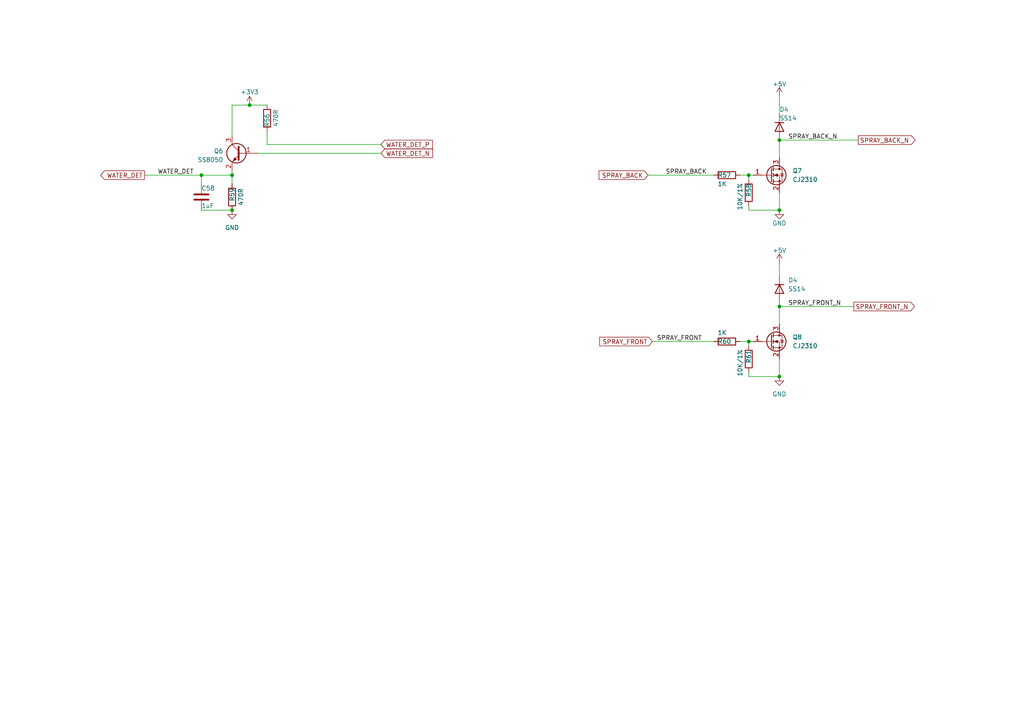
<source format=kicad_sch>
(kicad_sch (version 20230121) (generator eeschema)
  (paper "A4")
  (lib_symbols
    (symbol "Device:C" (pin_numbers hide) (pin_names (offset 0.254))
      (property "Reference" "C" (at 0.635 2.54 0))
      (property "Value" "C" (at 0.635 -2.54 0))
      (symbol "C_0_1"
        (polyline (pts (xy -2.032 -0.762) (xy 2.032 -0.762)) (stroke (width 0.508)))
        (polyline (pts (xy -2.032 0.762) (xy 2.032 0.762)) (stroke (width 0.508)))
      )
      (symbol "C_1_1"
        (pin passive line (at 0 3.81 270) (length 2.794) (name "~") (number "1"))
        (pin passive line (at 0 -3.81 90) (length 2.794) (name "~") (number "2"))
      )
    )
    (symbol "Device:D" (pin_numbers hide) (pin_names (offset 1.016) hide)
      (property "Reference" "D" (at 0 2.54 0))
      (property "Value" "D" (at 0 -2.54 0))
      (symbol "D_0_1"
        (polyline (pts (xy -1.27 1.27) (xy -1.27 -1.27)) (stroke (width 0.254)))
        (polyline (pts (xy 1.27 0) (xy -1.27 0)))
        (polyline (pts (xy 1.27 1.27) (xy 1.27 -1.27) (xy -1.27 0) (xy 1.27 1.27)) (stroke (width 0.254)))
      )
      (symbol "D_1_1"
        (pin passive line (at -3.81 0 0) (length 2.54) (name "K") (number "1"))
        (pin passive line (at 3.81 0 180) (length 2.54) (name "A") (number "2"))
      )
    )
    (symbol "Device:Q_NMOS_GSD" (pin_names (offset 0) hide)
      (property "Reference" "Q" (at 5.08 1.27 0))
      (property "Value" "Q_NMOS_GSD" (at 5.08 -1.27 0))
      (symbol "Q_NMOS_GSD_0_1"
        (polyline (pts (xy 0.254 0) (xy -2.54 0)))
        (polyline (pts (xy 0.254 1.905) (xy 0.254 -1.905)) (stroke (width 0.254)))
        (polyline (pts (xy 0.762 -1.27) (xy 0.762 -2.286)) (stroke (width 0.254)))
        (polyline (pts (xy 0.762 0.508) (xy 0.762 -0.508)) (stroke (width 0.254)))
        (polyline (pts (xy 0.762 2.286) (xy 0.762 1.27)) (stroke (width 0.254)))
        (polyline (pts (xy 2.54 2.54) (xy 2.54 1.778)))
        (polyline (pts (xy 2.54 -2.54) (xy 2.54 0) (xy 0.762 0)))
        (polyline (pts (xy 0.762 -1.778) (xy 3.302 -1.778) (xy 3.302 1.778) (xy 0.762 1.778)))
        (polyline (pts (xy 1.016 0) (xy 2.032 0.381) (xy 2.032 -0.381) (xy 1.016 0)) (fill (type outline)))
        (polyline (pts (xy 2.794 0.508) (xy 2.921 0.381) (xy 3.683 0.381) (xy 3.81 0.254)))
        (polyline (pts (xy 3.302 0.381) (xy 2.921 -0.254) (xy 3.683 -0.254) (xy 3.302 0.381)))
        (circle (center 1.651 0) (radius 2.794) (stroke (width 0.254)))
        (circle (center 2.54 -1.778) (radius 0.254) (fill (type outline)))
        (circle (center 2.54 1.778) (radius 0.254) (fill (type outline)))
      )
      (symbol "Q_NMOS_GSD_1_1"
        (pin input line (at -5.08 0 0) (length 2.54) (name "G") (number "1"))
        (pin passive line (at 2.54 -5.08 90) (length 2.54) (name "S") (number "2"))
        (pin passive line (at 2.54 5.08 270) (length 2.54) (name "D") (number "3"))
      )
    )
    (symbol "Device:Q_NPN_BEC" (pin_names (offset 0) hide)
      (property "Reference" "Q" (at 5.08 1.27 0))
      (property "Value" "Q_NPN_BEC" (at 5.08 -1.27 0))
      (symbol "Q_NPN_BEC_0_1"
        (polyline (pts (xy 0.635 0.635) (xy 2.54 2.54)))
        (polyline (pts (xy 0.635 -0.635) (xy 2.54 -2.54) (xy 2.54 -2.54)))
        (polyline (pts (xy 0.635 1.905) (xy 0.635 -1.905) (xy 0.635 -1.905)) (stroke (width 0.508)))
        (polyline (pts (xy 1.27 -1.778) (xy 1.778 -1.27) (xy 2.286 -2.286) (xy 1.27 -1.778) (xy 1.27 -1.778)) (fill (type outline)))
        (circle (center 1.27 0) (radius 2.8194) (stroke (width 0.254)))
      )
      (symbol "Q_NPN_BEC_1_1"
        (pin input line (at -5.08 0 0) (length 5.715) (name "B") (number "1"))
        (pin passive line (at 2.54 -5.08 90) (length 2.54) (name "E") (number "2"))
        (pin passive line (at 2.54 5.08 270) (length 2.54) (name "C") (number "3"))
      )
    )
    (symbol "Device:R" (pin_numbers hide) (pin_names (offset 0))
      (property "Reference" "R" (at 2.032 0 90))
      (property "Value" "R" (at 0 0 90))
      (symbol "R_0_1"
        (rectangle (start -1.016 -2.54) (end 1.016 2.54) (stroke (width 0.254)))
      )
      (symbol "R_1_1"
        (pin passive line (at 0 3.81 270) (length 1.27) (name "~") (number "1"))
        (pin passive line (at 0 -3.81 90) (length 1.27) (name "~") (number "2"))
      )
    )
    (symbol "power:+3V3" (power) (pin_names (offset 0))
      (property "Value" "+3V3" (at 0 3.556 0))
      (symbol "+3V3_0_1"
        (polyline (pts (xy -0.762 1.27) (xy 0 2.54)))
        (polyline (pts (xy 0 0) (xy 0 2.54)))
        (polyline (pts (xy 0 2.54) (xy 0.762 1.27)))
      )
      (symbol "+3V3_1_1"
        (pin power_in line (at 0 0 90) (length 0) hide (name "+3V3") (number "1"))
      )
    )
    (symbol "power:+5V" (power) (pin_names (offset 0))
      (property "Value" "+5V" (at 0 3.556 0))
      (symbol "+5V_0_1"
        (polyline (pts (xy -0.762 1.27) (xy 0 2.54)))
        (polyline (pts (xy 0 0) (xy 0 2.54)))
        (polyline (pts (xy 0 2.54) (xy 0.762 1.27)))
      )
      (symbol "+5V_1_1"
        (pin power_in line (at 0 0 90) (length 0) hide (name "+5V") (number "1"))
      )
    )
    (symbol "power:GND" (power) (pin_names (offset 0))
      (property "Value" "GND" (at 0 -3.81 0))
      (symbol "GND_0_1"
        (polyline (pts (xy 0 0) (xy 0 -1.27) (xy 1.27 -1.27) (xy 0 -2.54) (xy -1.27 -1.27) (xy 0 -1.27)))
      )
      (symbol "GND_1_1"
        (pin power_in line (at 0 0 270) (length 0) hide (name "GND") (number "1"))
      )
    )
  )
  (junction (at 67.31 50.8))
  (junction (at 226.06 109.22))
  (junction (at 67.31 60.96))
  (junction (at 226.06 88.9))
  (junction (at 217.17 50.8))
  (junction (at 58.42 50.8))
  (junction (at 217.17 99.06))
  (junction (at 226.06 60.96))
  (junction (at 226.06 40.64))
  (junction (at 72.39 30.48))
  (wire (pts (xy 226.06 76.2) (xy 226.06 80.01)))
  (wire (pts (xy 77.47 41.91) (xy 110.49 41.91)))
  (wire (pts (xy 74.93 44.45) (xy 110.49 44.45)))
  (wire (pts (xy 67.31 50.8) (xy 67.31 53.34)))
  (wire (pts (xy 226.06 40.64) (xy 226.06 45.72)))
  (wire (pts (xy 214.63 99.06) (xy 217.17 99.06)))
  (wire (pts (xy 217.17 50.8) (xy 217.17 52.07)))
  (wire (pts (xy 41.91 50.8) (xy 58.42 50.8)))
  (wire (pts (xy 217.17 99.06) (xy 218.44 99.06)))
  (wire (pts (xy 214.63 50.8) (xy 217.17 50.8)))
  (wire (pts (xy 217.17 109.22) (xy 217.17 107.95)))
  (wire (pts (xy 217.17 60.96) (xy 217.17 59.69)))
  (wire (pts (xy 72.39 30.48) (xy 77.47 30.48)))
  (wire (pts (xy 58.42 60.96) (xy 67.31 60.96)))
  (wire (pts (xy 226.06 27.94) (xy 226.06 33.02)))
  (wire (pts (xy 226.06 109.22) (xy 217.17 109.22)))
  (wire (pts (xy 58.42 50.8) (xy 58.42 53.34)))
  (wire (pts (xy 226.06 60.96) (xy 217.17 60.96)))
  (wire (pts (xy 226.06 109.22) (xy 226.06 104.14)))
  (wire (pts (xy 187.96 50.8) (xy 207.01 50.8)))
  (wire (pts (xy 67.31 30.48) (xy 72.39 30.48)))
  (wire (pts (xy 67.31 49.53) (xy 67.31 50.8)))
  (wire (pts (xy 226.06 88.9) (xy 226.06 93.98)))
  (wire (pts (xy 67.31 39.37) (xy 67.31 30.48)))
  (wire (pts (xy 226.06 87.63) (xy 226.06 88.9)))
  (wire (pts (xy 189.23 99.06) (xy 207.01 99.06)))
  (wire (pts (xy 226.06 40.64) (xy 248.92 40.64)))
  (wire (pts (xy 217.17 99.06) (xy 217.17 100.33)))
  (wire (pts (xy 77.47 38.1) (xy 77.47 41.91)))
  (wire (pts (xy 58.42 50.8) (xy 67.31 50.8)))
  (wire (pts (xy 226.06 88.9) (xy 247.65 88.9)))
  (wire (pts (xy 217.17 50.8) (xy 218.44 50.8)))
  (wire (pts (xy 226.06 55.88) (xy 226.06 60.96)))
  (label "WATER_DET" (at 45.72 50.8 0))
  (label "SPRAY_FRONT_N" (at 228.6 88.9 0))
  (label "SPRAY_FRONT" (at 190.5 99.06 0))
  (label "SPRAY_BACK_N" (at 228.6 40.64 0))
  (label "SPRAY_BACK" (at 193.04 50.8 0))
  (global_label "SPRAY_BACK" (shape input) (at 187.96 50.8 180) (property "Intersheetrefs" "${INTERSHEET_REFS}" (effects hide)))
  (global_label "WATER_DET" (shape output) (at 41.91 50.8 180) (property "Intersheetrefs" "${INTERSHEET_REFS}" (effects hide)))
  (global_label "SPRAY_BACK_N" (shape output) (at 248.92 40.64 0) (property "Intersheetrefs" "${INTERSHEET_REFS}" (effects hide)))
  (global_label "SPRAY_FRONT_N" (shape output) (at 247.65 88.9 0) (property "Intersheetrefs" "${INTERSHEET_REFS}" (effects hide)))
  (global_label "WATER_DET_N" (shape input) (at 110.49 44.45 0) (property "Intersheetrefs" "${INTERSHEET_REFS}" (effects hide)))
  (global_label "SPRAY_FRONT" (shape input) (at 189.23 99.06 180) (property "Intersheetrefs" "${INTERSHEET_REFS}" (effects hide)))
  (global_label "WATER_DET_P" (shape input) (at 110.49 41.91 0) (property "Intersheetrefs" "${INTERSHEET_REFS}" (effects hide)))
  (symbol (lib_id "Device:D") (at 226.06 83.82 270) (unit 1)
    (property "Reference" "D4" (at 228.6 81.28 90) (effects (justify left)))
    (property "Value" "SS14" (at 228.6 83.82 90) (effects (justify left)))
    (property "Footprint" "Diode_SMD:D_SOD-123" (effects hide))
    (instances (project "cleanrobot-square-main" (path "" (reference "D4") (unit 1)) (path "" (reference "D11") (unit 1))))
  )
  (symbol (lib_id "power:+5V") (at 226.06 27.94 0) (unit 1)
    (property "Reference" "#PWR091" (effects hide))
    (property "Value" "+5V" (at 226.06 24.384 0))
  )
  (symbol (lib_id "Device:D") (at 226.06 36.83 270) (unit 1)
    (property "Reference" "D4" (at 226.06 31.75 90) (effects (justify left)))
    (property "Value" "SS14" (at 226.06 34.29 90) (effects (justify left)))
    (property "Footprint" "Diode_SMD:D_SOD-123" (effects hide))
    (instances (project "cleanrobot-square-main" (path "" (reference "D4") (unit 1)) (path "" (reference "D10") (unit 1))))
  )
  (symbol (lib_id "Device:Q_NMOS_GSD") (at 223.52 99.06 0) (unit 1)
    (property "Reference" "Q8" (at 229.87 97.7899 0) (effects (justify left)))
    (property "Value" "CJ2310" (at 229.87 100.3299 0) (effects (justify left)))
    (property "Footprint" "Package_TO_SOT_SMD:SOT-23" (effects hide))
  )
  (symbol (lib_id "Device:R") (at 217.17 55.88 0) (unit 1)
    (property "Reference" "R58" (at 217.17 57.15 90) (effects (justify left)))
    (property "Value" "10K/1%" (at 214.63 60.96 90) (effects (justify left)))
    (property "Footprint" "Resistor_SMD:R_0603_1608Metric" (effects hide))
  )
  (symbol (lib_id "Device:Q_NPN_BEC") (at 69.85 44.45 0) (mirror y) (unit 1)
    (property "Reference" "Q6" (at 64.77 43.815 0) (effects (justify left)))
    (property "Value" "SS8050" (at 64.77 46.355 0) (effects (justify left)))
    (property "Footprint" "Package_TO_SOT_SMD:SOT-23" (effects hide))
  )
  (symbol (lib_id "Device:R") (at 210.82 99.06 90) (unit 1)
    (property "Reference" "R60" (at 212.09 99.06 90) (effects (justify left)))
    (property "Value" "1K" (at 210.82 96.52 90) (effects (justify left)))
    (property "Footprint" "Resistor_SMD:R_0603_1608Metric" (effects hide))
  )
  (symbol (lib_id "power:+3V3") (at 72.39 30.48 0) (unit 1)
    (property "Reference" "#PWR092" (effects hide))
    (property "Value" "+3V3" (at 72.39 26.67 0))
  )
  (symbol (lib_id "Device:Q_NMOS_GSD") (at 223.52 50.8 0) (unit 1)
    (property "Reference" "Q7" (at 229.87 49.5299 0) (effects (justify left)))
    (property "Value" "CJ2310" (at 229.87 52.0699 0) (effects (justify left)))
    (property "Footprint" "Package_TO_SOT_SMD:SOT-23" (effects hide))
  )
  (symbol (lib_id "power:GND") (at 226.06 109.22 0) (unit 1)
    (property "Reference" "#PWR096" (effects hide))
    (property "Value" "GND" (at 226.06 114.3 0))
  )
  (symbol (lib_id "Device:R") (at 210.82 50.8 90) (unit 1)
    (property "Reference" "R57" (at 212.09 50.8 90) (effects (justify left)))
    (property "Value" "1K" (at 210.82 53.34 90) (effects (justify left)))
    (property "Footprint" "Resistor_SMD:R_0603_1608Metric" (effects hide))
  )
  (symbol (lib_id "power:GND") (at 226.06 60.96 0) (unit 1)
    (property "Reference" "#PWR094" (effects hide))
    (property "Value" "GND" (at 226.06 64.77 0))
  )
  (symbol (lib_id "power:GND") (at 67.31 60.96 0) (unit 1)
    (property "Reference" "#PWR093" (effects hide))
    (property "Value" "GND" (at 67.31 66.04 0))
  )
  (symbol (lib_id "power:+5V") (at 226.06 76.2 0) (unit 1)
    (property "Reference" "#PWR095" (effects hide))
    (property "Value" "+5V" (at 226.06 72.644 0))
  )
  (symbol (lib_id "Device:C") (at 58.42 57.15 0) (unit 1)
    (property "Reference" "C58" (at 58.42 54.61 0) (effects (justify left)))
    (property "Value" "1uF" (at 58.42 59.69 0) (effects (justify left)))
    (property "Footprint" "Capacitor_SMD:C_0603_1608Metric" (effects hide))
  )
  (symbol (lib_id "Device:R") (at 217.17 104.14 0) (unit 1)
    (property "Reference" "R61" (at 217.17 105.41 90) (effects (justify left)))
    (property "Value" "10K/1%" (at 214.63 109.22 90) (effects (justify left)))
    (property "Footprint" "Resistor_SMD:R_0603_1608Metric" (effects hide))
  )
  (symbol (lib_id "Device:R") (at 77.47 34.29 0) (unit 1)
    (property "Reference" "R56" (at 77.47 36.83 90) (effects (justify left)))
    (property "Value" "470R" (at 80.01 36.83 90) (effects (justify left)))
    (property "Footprint" "Resistor_SMD:R_0603_1608Metric" (effects hide))
  )
  (symbol (lib_id "Device:R") (at 67.31 57.15 0) (unit 1)
    (property "Reference" "R59" (at 67.31 58.42 90) (effects (justify left)))
    (property "Value" "470R" (at 69.85 59.69 90) (effects (justify left)))
    (property "Footprint" "Resistor_SMD:R_0603_1608Metric" (effects hide))
  )
)
</source>
